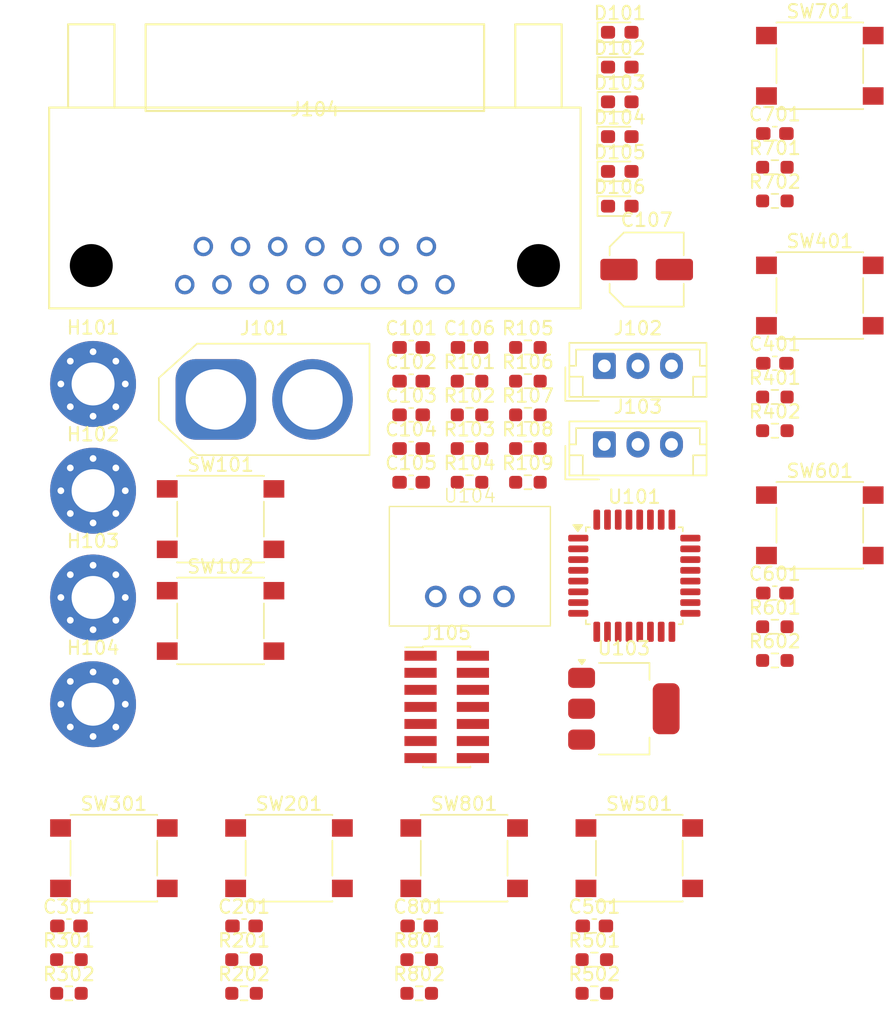
<source format=kicad_pcb>
(kicad_pcb (version 20240108) (generator "pcbnew") (generator_version "8.0")
  (layers (0 "F.Cu" signal) (31 "B.Cu" signal) (34 "B.Paste" user) (35 "F.Paste" user) (36 "B.SilkS" user "B.Silkscreen") (37 "F.SilkS" user "F.Silkscreen") (38 "B.Mask" user) (39 "F.Mask" user) (44 "Edge.Cuts" user))
  (net 0 "")
  (net 1 "+3.3V")
  (net 2 "GND")
  (net 3 "NRST")
  (net 4 "+5V")
  (net 5 "BTN_1")
  (net 6 "BTN_2")
  (net 7 "BTN_3")
  (net 8 "BTN_4")
  (net 9 "BTN_5")
  (net 10 "BTN_6")
  (net 11 "BTN_7")
  (net 12 "Net-(D101-A)")
  (net 13 "Net-(D102-A)")
  (net 14 "Net-(D103-A)")
  (net 15 "Net-(D104-A)")
  (net 16 "Net-(D105-A)")
  (net 17 "Net-(D106-A)")
  (net 18 "Net-(J101-Pin_2)")
  (net 19 "+12V")
  (net 20 "UART_HD_XL430")
  (net 21 "PWM_TIM2_CH2")
  (net 22 "I2C_SCL")
  (net 23 "PWM_TIM1_CH2")
  (net 24 "PWM_TIM2_CH1")
  (net 25 "PWM_TIM1_CH4")
  (net 26 "PWM_TIM1_CH1")
  (net 27 "I2C_SDA")
  (net 28 "PWM_TIM1_CH3")
  (net 30 "UART_DEBUG_RX")
  (net 31 "SWDIO")
  (net 33 "UART_DEBUG_TX")
  (net 35 "SWCLK")
  (net 38 "LED1")
  (net 39 "LED2")
  (net 40 "LED3")
  (net 41 "Net-(U101-PH3)")
  (net 42 "Net-(SW201-A)")
  (net 43 "Net-(SW301-A)")
  (net 44 "Net-(SW401-A)")
  (net 45 "Net-(SW501-A)")
  (net 46 "Net-(SW601-A)")
  (net 47 "Net-(SW701-A)")
  (net 48 "Net-(SW801-A)")
  (footprint "Resistor_SMD:R_0603_1608Metric_Pad0.98x0.95mm_HandSolder" (layer "F.Cu") (at 114.075 124.815)
    (property "Reference" "R202" (at 0 -1.43 0) (layer "F.SilkS"))
    (property "Value" "10k")
    (pad "1" smd roundrect (at -0.9125 0) (size 0.975 0.95) (layers "F.Cu" "F.Paste" "F.Mask") (net 1 "+3.3V"))
    (pad "2" smd roundrect (at 0.9125 0) (size 0.975 0.95) (layers "F.Cu" "F.Paste" "F.Mask") (net 42 "Net-(SW201-A)"))
  )
  (footprint "Button_Switch_SMD:SW_Push_1P1T_NO_6x6mm_H9.5mm" (layer "F.Cu") (at 156.975 89.96)
    (property "Reference" "SW601" (at 0 -4.05 0) (layer "F.SilkS"))
    (property "Value" "SW_SPST")
    (pad "1" smd rect (at -3.975 -2.25) (size 1.55 1.3) (layers "F.Cu" "F.Paste" "F.Mask") (net 46 "Net-(SW601-A)"))
    (pad "1" smd rect (at 3.975 -2.25) (size 1.55 1.3) (layers "F.Cu" "F.Paste" "F.Mask") (net 46 "Net-(SW601-A)"))
    (pad "2" smd rect (at -3.975 2.25) (size 1.55 1.3) (layers "F.Cu" "F.Paste" "F.Mask") (net 2 "GND"))
    (pad "2" smd rect (at 3.975 2.25) (size 1.55 1.3) (layers "F.Cu" "F.Paste" "F.Mask") (net 2 "GND"))
  )
  (footprint "Button_Switch_SMD:SW_Push_1P1T_NO_6x6mm_H9.5mm" (layer "F.Cu") (at 156.975 72.85)
    (property "Reference" "SW401" (at 0 -4.05 0) (layer "F.SilkS"))
    (property "Value" "SW_SPST")
    (pad "1" smd rect (at -3.975 -2.25) (size 1.55 1.3) (layers "F.Cu" "F.Paste" "F.Mask") (net 44 "Net-(SW401-A)"))
    (pad "1" smd rect (at 3.975 -2.25) (size 1.55 1.3) (layers "F.Cu" "F.Paste" "F.Mask") (net 44 "Net-(SW401-A)"))
    (pad "2" smd rect (at -3.975 2.25) (size 1.55 1.3) (layers "F.Cu" "F.Paste" "F.Mask") (net 2 "GND"))
    (pad "2" smd rect (at 3.975 2.25) (size 1.55 1.3) (layers "F.Cu" "F.Paste" "F.Mask") (net 2 "GND"))
  )
  (footprint "Resistor_SMD:R_0603_1608Metric_Pad0.98x0.95mm_HandSolder" (layer "F.Cu") (at 153.625 100.025)
    (property "Reference" "R602" (at 0 -1.43 0) (layer "F.SilkS"))
    (property "Value" "10k")
    (pad "1" smd roundrect (at -0.9125 0) (size 0.975 0.95) (layers "F.Cu" "F.Paste" "F.Mask") (net 1 "+3.3V"))
    (pad "2" smd roundrect (at 0.9125 0) (size 0.975 0.95) (layers "F.Cu" "F.Paste" "F.Mask") (net 46 "Net-(SW601-A)"))
  )
  (footprint "Button_Switch_SMD:SW_Push_1P1T_NO_6x6mm_H9.5mm" (layer "F.Cu") (at 112.325 97.08)
    (property "Reference" "SW102" (at 0 -4.05 0) (layer "F.SilkS"))
    (property "Value" "SW_SPST")
    (pad "1" smd rect (at -3.975 -2.25) (size 1.55 1.3) (layers "F.Cu" "F.Paste" "F.Mask") (net 3 "NRST"))
    (pad "1" smd rect (at 3.975 -2.25) (size 1.55 1.3) (layers "F.Cu" "F.Paste" "F.Mask") (net 3 "NRST"))
    (pad "2" smd rect (at -3.975 2.25) (size 1.55 1.3) (layers "F.Cu" "F.Paste" "F.Mask") (net 2 "GND"))
    (pad "2" smd rect (at 3.975 2.25) (size 1.55 1.3) (layers "F.Cu" "F.Paste" "F.Mask") (net 2 "GND"))
  )
  (footprint "Package_TO_SOT_SMD:SOT-223-3_TabPin2" (layer "F.Cu") (at 142.375 103.62)
    (property "Reference" "U103" (at 0 -4.5 0) (layer "F.SilkS"))
    (property "Value" "AZ1117-3.3")
    (pad "1" smd roundrect (at -3.15 -2.3) (size 2 1.5) (layers "F.Cu" "F.Paste" "F.Mask") (net 2 "GND"))
    (pad "2" smd roundrect (at -3.15 0) (size 2 1.5) (layers "F.Cu" "F.Paste" "F.Mask") (net 1 "+3.3V"))
    (pad "2" smd roundrect (at 3.15 0) (size 2 3.8) (layers "F.Cu" "F.Paste" "F.Mask") (net 1 "+3.3V"))
    (pad "3" smd roundrect (at -3.15 2.3) (size 2 1.5) (layers "F.Cu" "F.Paste" "F.Mask") (net 4 "+5V"))
  )
  (footprint "Capacitor_SMD:C_0603_1608Metric_Pad1.08x0.95mm_HandSolder" (layer "F.Cu") (at 126.525 76.715)
    (property "Reference" "C101" (at 0 -1.43 0) (layer "F.SilkS"))
    (property "Value" "4u7")
    (pad "1" smd roundrect (at -0.8625 0) (size 1.075 0.95) (layers "F.Cu" "F.Paste" "F.Mask") (net 1 "+3.3V"))
    (pad "2" smd roundrect (at 0.8625 0) (size 1.075 0.95) (layers "F.Cu" "F.Paste" "F.Mask") (net 2 "GND"))
  )
  (footprint "Resistor_SMD:R_0603_1608Metric_Pad0.98x0.95mm_HandSolder" (layer "F.Cu") (at 135.225 86.755)
    (property "Reference" "R109" (at 0 -1.43 0) (layer "F.SilkS"))
    (property "Value" "820")
    (pad "1" smd roundrect (at -0.9125 0) (size 0.975 0.95) (layers "F.Cu" "F.Paste" "F.Mask") (net 1 "+3.3V"))
    (pad "2" smd roundrect (at 0.9125 0) (size 0.975 0.95) (layers "F.Cu" "F.Paste" "F.Mask") (net 17 "Net-(D106-A)"))
  )
  (footprint "Resistor_SMD:R_0603_1608Metric_Pad0.98x0.95mm_HandSolder" (layer "F.Cu") (at 130.875 84.245)
    (property "Reference" "R103" (at 0 -1.43 0) (layer "F.SilkS"))
    (property "Value" "82")
    (pad "1" smd roundrect (at -0.9125 0) (size 0.975 0.95) (layers "F.Cu" "F.Paste" "F.Mask") (net 38 "LED1"))
    (pad "2" smd roundrect (at 0.9125 0) (size 0.975 0.95) (layers "F.Cu" "F.Paste" "F.Mask") (net 12 "Net-(D101-A)"))
  )
  (footprint "Capacitor_SMD:C_0603_1608Metric_Pad1.08x0.95mm_HandSolder" (layer "F.Cu") (at 126.525 81.735)
    (property "Reference" "C103" (at 0 -1.43 0) (layer "F.SilkS"))
    (property "Value" "100n")
    (pad "1" smd roundrect (at -0.8625 0) (size 1.075 0.95) (layers "F.Cu" "F.Paste" "F.Mask") (net 1 "+3.3V"))
    (pad "2" smd roundrect (at 0.8625 0) (size 1.075 0.95) (layers "F.Cu" "F.Paste" "F.Mask") (net 2 "GND"))
  )
  (footprint "LED_SMD:LED_0603_1608Metric_Pad1.05x0.95mm_HandSolder" (layer "F.Cu") (at 142.07 55.835)
    (property "Reference" "D102" (at 0 -1.43 0) (layer "F.SilkS"))
    (property "Value" "BLUE_LED")
    (pad "1" smd roundrect (at -0.875 0) (size 1.05 0.95) (layers "F.Cu" "F.Paste" "F.Mask") (net 2 "GND"))
    (pad "2" smd roundrect (at 0.875 0) (size 1.05 0.95) (layers "F.Cu" "F.Paste" "F.Mask") (net 13 "Net-(D102-A)"))
  )
  (footprint "Capacitor_SMD:C_0603_1608Metric_Pad1.08x0.95mm_HandSolder" (layer "F.Cu") (at 114.075 119.795)
    (property "Reference" "C201" (at 0 -1.43 0) (layer "F.SilkS"))
    (property "Value" "10n")
    (pad "1" smd roundrect (at -0.8625 0) (size 1.075 0.95) (layers "F.Cu" "F.Paste" "F.Mask") (net 5 "BTN_1"))
    (pad "2" smd roundrect (at 0.8625 0) (size 1.075 0.95) (layers "F.Cu" "F.Paste" "F.Mask") (net 2 "GND"))
  )
  (footprint "Connector_PinHeader_1.27mm:PinHeader_2x07_P1.27mm_Vertical_SMD" (layer "F.Cu") (at 129.175 103.485)
    (property "Reference" "J105" (at 0 -5.505 0) (layer "F.SilkS"))
    (property "Value" "Conn_ST_STDC14")
    (pad "1" smd rect (at -1.95 -3.81) (size 2.4 0.74) (layers "F.Cu" "F.Paste" "F.Mask"))
    (pad "2" smd rect (at 1.95 -3.81) (size 2.4 0.74) (layers "F.Cu" "F.Paste" "F.Mask"))
    (pad "3" smd rect (at -1.95 -2.54) (size 2.4 0.74) (layers "F.Cu" "F.Paste" "F.Mask") (net 1 "+3.3V"))
    (pad "4" smd rect (at 1.95 -2.54) (size 2.4 0.74) (layers "F.Cu" "F.Paste" "F.Mask") (net 31 "SWDIO"))
    (pad "5" smd rect (at -1.95 -1.27) (size 2.4 0.74) (layers "F.Cu" "F.Paste" "F.Mask") (net 2 "GND"))
    (pad "6" smd rect (at 1.95 -1.27) (size 2.4 0.74) (layers "F.Cu" "F.Paste" "F.Mask") (net 35 "SWCLK"))
    (pad "7" smd rect (at -1.95 0) (size 2.4 0.74) (layers "F.Cu" "F.Paste" "F.Mask") (net 2 "GND"))
    (pad "8" smd rect (at 1.95 0) (size 2.4 0.74) (layers "F.Cu" "F.Paste" "F.Mask"))
    (pad "9" smd rect (at -1.95 1.27) (size 2.4 0.74) (layers "F.Cu" "F.Paste" "F.Mask"))
    (pad "10" smd rect (at 1.95 1.27) (size 2.4 0.74) (layers "F.Cu" "F.Paste" "F.Mask"))
    (pad "11" smd rect (at -1.95 2.54) (size 2.4 0.74) (layers "F.Cu" "F.Paste" "F.Mask") (net 2 "GND"))
    (pad "12" smd rect (at 1.95 2.54) (size 2.4 0.74) (layers "F.Cu" "F.Paste" "F.Mask") (net 3 "NRST"))
    (pad "13" smd rect (at -1.95 3.81) (size 2.4 0.74) (layers "F.Cu" "F.Paste" "F.Mask") (net 30 "UART_DEBUG_RX"))
    (pad "14" smd rect (at 1.95 3.81) (size 2.4 0.74) (layers "F.Cu" "F.Paste" "F.Mask") (net 33 "UART_DEBUG_TX"))
  )
  (footprint "Capacitor_SMD:C_0603_1608Metric_Pad1.08x0.95mm_HandSolder" (layer "F.Cu") (at 126.525 84.245)
    (property "Reference" "C104" (at 0 -1.43 0) (layer "F.SilkS"))
    (property "Value" "100n")
    (pad "1" smd roundrect (at -0.8625 0) (size 1.075 0.95) (layers "F.Cu" "F.Paste" "F.Mask") (net 1 "+3.3V"))
    (pad "2" smd roundrect (at 0.8625 0) (size 1.075 0.95) (layers "F.Cu" "F.Paste" "F.Mask") (net 2 "GND"))
  )
  (footprint "Capacitor_SMD:C_Elec_5x5.4" (layer "F.Cu") (at 144.075 70.915)
    (property "Reference" "C107" (at 0 -3.7 0) (layer "F.SilkS"))
    (property "Value" "22u")
    (pad "1" smd roundrect (at -2.0625 0) (size 2.775 1.6) (layers "F.Cu" "F.Paste" "F.Mask") (roundrect_rratio 0.15625) (net 1 "+3.3V"))
    (pad "2" smd roundrect (at 2.0625 0) (size 2.775 1.6) (layers "F.Cu" "F.Paste" "F.Mask") (roundrect_rratio 0.15625) (net 2 "GND"))
  )
  (footprint "Button_Switch_SMD:SW_Push_1P1T_NO_6x6mm_H9.5mm" (layer "F.Cu") (at 156.975 55.74)
    (property "Reference" "SW701" (at 0 -4.05 0) (layer "F.SilkS"))
    (property "Value" "SW_SPST")
    (pad "1" smd rect (at -3.975 -2.25) (size 1.55 1.3) (layers "F.Cu" "F.Paste" "F.Mask") (net 47 "Net-(SW701-A)"))
    (pad "1" smd rect (at 3.975 -2.25) (size 1.55 1.3) (layers "F.Cu" "F.Paste" "F.Mask") (net 47 "Net-(SW701-A)"))
    (pad "2" smd rect (at -3.975 2.25) (size 1.55 1.3) (layers "F.Cu" "F.Paste" "F.Mask") (net 2 "GND"))
    (pad "2" smd rect (at 3.975 2.25) (size 1.55 1.3) (layers "F.Cu" "F.Paste" "F.Mask") (net 2 "GND"))
  )
  (footprint "MountingHole:MountingHole_3.2mm_M3_Pad_Via" (layer "F.Cu") (at 102.825 87.385)
    (property "Reference" "H102" (at 0 -4.2 0) (layer "F.SilkS"))
    (property "Value" "MountingHole_Pad")
    (pad "1" thru_hole circle (at -2.4 0) (size 0.8 0.8) (drill 0.5) (layers "*.Cu" "*.Mask") (net 2 "GND"))
    (pad "1" thru_hole circle (at -1.697056 -1.697056) (size 0.8 0.8) (drill 0.5) (layers "*.Cu" "*.Mask") (net 2 "GND"))
    (pad "1" thru_hole circle (at -1.697056 1.697056) (size 0.8 0.8) (drill 0.5) (layers "*.Cu" "*.Mask") (net 2 "GND"))
    (pad "1" thru_hole circle (at 0 -2.4) (size 0.8 0.8) (drill 0.5) (layers "*.Cu" "*.Mask") (net 2 "GND"))
    (pad "1" thru_hole circle (at 0 0) (size 6.4 6.4) (drill 3.2) (layers "*.Cu" "*.Mask") (net 2 "GND"))
    (pad "1" thru_hole circle (at 0 2.4) (size 0.8 0.8) (drill 0.5) (layers "*.Cu" "*.Mask") (net 2 "GND"))
    (pad "1" thru_hole circle (at 1.697056 -1.697056) (size 0.8 0.8) (drill 0.5) (layers "*.Cu" "*.Mask") (net 2 "GND"))
    (pad "1" thru_hole circle (at 1.697056 1.697056) (size 0.8 0.8) (drill 0.5) (layers "*.Cu" "*.Mask") (net 2 "GND"))
    (pad "1" thru_hole circle (at 2.4 0) (size 0.8 0.8) (drill 0.5) (layers "*.Cu" "*.Mask") (net 2 "GND"))
  )
  (footprint "Capacitor_SMD:C_0603_1608Metric_Pad1.08x0.95mm_HandSolder" (layer "F.Cu") (at 130.875 76.715)
    (property "Reference" "C106" (at 0 -1.43 0) (layer "F.SilkS"))
    (property "Value" "10u")
    (pad "1" smd roundrect (at -0.8625 0) (size 1.075 0.95) (layers "F.Cu" "F.Paste" "F.Mask") (net 4 "+5V"))
    (pad "2" smd roundrect (at 0.8625 0) (size 1.075 0.95) (layers "F.Cu" "F.Paste" "F.Mask") (net 2 "GND"))
  )
  (footprint "LED_SMD:LED_0603_1608Metric_Pad1.05x0.95mm_HandSolder" (layer "F.Cu") (at 142.07 63.605)
    (property "Reference" "D105" (at 0 -1.43 0) (layer "F.SilkS"))
    (property "Value" "RED_LED")
    (pad "1" smd roundrect (at -0.875 0) (size 1.05 0.95) (layers "F.Cu" "F.Paste" "F.Mask") (net 2 "GND"))
    (pad "2" smd roundrect (at 0.875 0) (size 1.05 0.95) (layers "F.Cu" "F.Paste" "F.Mask") (net 16 "Net-(D105-A)"))
  )
  (footprint "Capacitor_SMD:C_0603_1608Metric_Pad1.08x0.95mm_HandSolder" (layer "F.Cu") (at 153.625 77.895)
    (property "Reference" "C401" (at 0 -1.43 0) (layer "F.SilkS"))
    (property "Value" "10n")
    (pad "1" smd roundrect (at -0.8625 0) (size 1.075 0.95) (layers "F.Cu" "F.Paste" "F.Mask") (net 7 "BTN_3"))
    (pad "2" smd roundrect (at 0.8625 0) (size 1.075 0.95) (layers "F.Cu" "F.Paste" "F.Mask") (net 2 "GND"))
  )
  (footprint "MountingHole:MountingHole_3.2mm_M3_Pad_Via" (layer "F.Cu") (at 102.825 95.335)
    (property "Reference" "H103" (at 0 -4.2 0) (layer "F.SilkS"))
    (property "Value" "MountingHole_Pad")
    (pad "1" thru_hole circle (at -2.4 0) (size 0.8 0.8) (drill 0.5) (layers "*.Cu" "*.Mask") (net 2 "GND"))
    (pad "1" thru_hole circle (at -1.697056 -1.697056) (size 0.8 0.8) (drill 0.5) (layers "*.Cu" "*.Mask") (net 2 "GND"))
    (pad "1" thru_hole circle (at -1.697056 1.697056) (size 0.8 0.8) (drill 0.5) (layers "*.Cu" "*.Mask") (net 2 "GND"))
    (pad "1" thru_hole circle (at 0 -2.4) (size 0.8 0.8) (drill 0.5) (layers "*.Cu" "*.Mask") (net 2 "GND"))
    (pad "1" thru_hole circle (at 0 0) (size 6.4 6.4) (drill 3.2) (layers "*.Cu" "*.Mask") (net 2 "GND"))
    (pad "1" thru_hole circle (at 0 2.4) (size 0.8 0.8) (drill 0.5) (layers "*.Cu" "*.Mask") (net 2 "GND"))
    (pad "1" thru_hole circle (at 1.697056 -1.697056) (size 0.8 0.8) (drill 0.5) (layers "*.Cu" "*.Mask") (net 2 "GND"))
    (pad "1" thru_hole circle (at 1.697056 1.697056) (size 0.8 0.8) (drill 0.5) (layers "*.Cu" "*.Mask") (net 2 "GND"))
    (pad "1" thru_hole circle (at 2.4 0) (size 0.8 0.8) (drill 0.5) (layers "*.Cu" "*.Mask") (net 2 "GND"))
  )
  (footprint "Resistor_SMD:R_0603_1608Metric_Pad0.98x0.95mm_HandSolder" (layer "F.Cu") (at 135.225 79.225)
    (property "Reference" "R106" (at 0 -1.43 0) (layer "F.SilkS"))
    (property "Value" "100k")
    (pad "1" smd roundrect (at -0.9125 0) (size 0.975 0.95) (layers "F.Cu" "F.Paste" "F.Mask") (net 41 "Net-(U101-PH3)"))
    (pad "2" smd roundrect (at 0.9125 0) (size 0.975 0.95) (layers "F.Cu" "F.Paste" "F.Mask") (net 2 "GND"))
  )
  (footprint "LED_SMD:LED_0603_1608Metric_Pad1.05x0.95mm_HandSolder" (layer "F.Cu") (at 142.07 53.245)
    (property "Reference" "D101" (at 0 -1.43 0) (layer "F.SilkS"))
    (property "Value" "BLUE_LED")
    (pad "1" smd roundrect (at -0.875 0) (size 1.05 0.95) (layers "F.Cu" "F.Paste" "F.Mask") (net 2 "GND"))
    (pad "2" smd roundrect (at 0.875 0) (size 1.05 0.95) (layers "F.Cu" "F.Paste" "F.Mask") (net 12 "Net-(D101-A)"))
  )
  (footprint "Resistor_SMD:R_0603_1608Metric_Pad0.98x0.95mm_HandSolder" (layer "F.Cu") (at 153.625 65.805)
    (property "Reference" "R702" (at 0 -1.43 0) (layer "F.SilkS"))
    (property "Value" "10k")
    (pad "1" smd roundrect (at -0.9125 0) (size 0.975 0.95) (layers "F.Cu" "F.Paste" "F.Mask") (net 1 "+3.3V"))
    (pad "2" smd roundrect (at 0.9125 0) (size 0.975 0.95) (layers "F.Cu" "F.Paste" "F.Mask") (net 47 "Net-(SW701-A)"))
  )
  (footprint "Resistor_SMD:R_0603_1608Metric_Pad0.98x0.95mm_HandSolder" (layer "F.Cu") (at 135.225 76.715)
    (property "Reference" "R105" (at 0 -1.43 0) (layer "F.SilkS"))
    (property "Value" "82")
    (pad "1" smd roundrect (at -0.9125 0) (size 0.975 0.95) (layers "F.Cu" "F.Paste" "F.Mask") (net 40 "LED3"))
    (pad "2" smd roundrect (at 0.9125 0) (size 0.975 0.95) (layers "F.Cu" "F.Paste" "F.Mask") (net 14 "Net-(D103-A)"))
  )
  (footprint "Resistor_SMD:R_0603_1608Metric_Pad0.98x0.95mm_HandSolder" (layer "F.Cu") (at 153.625 63.295)
    (property "Reference" "R701" (at 0 -1.43 0) (layer "F.SilkS"))
    (property "Value" "10k")
    (pad "1" smd roundrect (at -0.9125 0) (size 0.975 0.95) (layers "F.Cu" "F.Paste" "F.Mask") (net 47 "Net-(SW701-A)"))
    (pad "2" smd roundrect (at 0.9125 0) (size 0.975 0.95) (layers "F.Cu" "F.Paste" "F.Mask") (net 10 "BTN_6"))
  )
  (footprint "Connector_JST:JST_EH_B3B-EH-A_1x03_P2.50mm_Vertical" (layer "F.Cu") (at 140.925 83.935)
    (property "Reference" "J103" (at 2.5 -2.8 0) (layer "F.SilkS"))
    (property "Value" "Conn_01x03")
    (pad "1" thru_hole roundrect (at 0 0) (size 1.7 1.95) (drill 0.95) (layers "*.Cu" "*.Mask") (roundrect_rratio 0.147059) (net 2 "GND"))
    (pad "2" thru_hole oval (at 2.5 0) (size 1.7 1.95) (drill 0.95) (layers "*.Cu" "*.Mask") (net 19 "+12V"))
    (pad "3" thru_hole oval (at 5 0) (size 1.7 1.95) (drill 0.95) (layers "*.Cu" "*.Mask") (net 20 "UART_HD_XL430"))
  )
  (footprint "Resistor_SMD:R_0603_1608Metric_Pad0.98x0.95mm_HandSolder" (layer "F.Cu") (at 114.075 122.305)
    (property "Reference" "R201" (at 0 -1.43 0) (layer "F.SilkS"))
    (property "Value" "10k")
    (pad "1" smd roundrect (at -0.9125 0) (size 0.975 0.95) (layers "F.Cu" "F.Paste" "F.Mask") (net 42 "Net-(SW201-A)"))
    (pad "2" smd roundrect (at 0.9125 0) (size 0.975 0.95) (layers "F.Cu" "F.Paste" "F.Mask") (net 5 "BTN_1"))
  )
  (footprint "MountingHole:MountingHole_3.2mm_M3_Pad_Via" (layer "F.Cu") (at 102.825 79.435)
    (property "Reference" "H101" (at 0 -4.2 0) (layer "F.SilkS"))
    (property "Value" "MountingHole_Pad")
    (pad "1" thru_hole circle (at -2.4 0) (size 0.8 0.8) (drill 0.5) (layers "*.Cu" "*.Mask") (net 2 "GND"))
    (pad "1" thru_hole circle (at -1.697056 -1.697056) (size 0.8 0.8) (drill 0.5) (layers "*.Cu" "*.Mask") (net 2 "GND"))
    (pad "1" thru_hole circle (at -1.697056 1.697056) (size 0.8 0.8) (drill 0.5) (layers "*.Cu" "*.Mask") (net 2 "GND"))
    (pad "1" thru_hole circle (at 0 -2.4) (size 0.8 0.8) (drill 0.5) (layers "*.Cu" "*.Mask") (net 2 "GND"))
    (pad "1" thru_hole circle (at 0 0) (size 6.4 6.4) (drill 3.2) (layers "*.Cu" "*.Mask") (net 2 "GND"))
    (pad "1" thru_hole circle (at 0 2.4) (size 0.8 0.8) (drill 0.5) (layers "*.Cu" "*.Mask") (net 2 "GND"))
    (pad "1" thru_hole circle (at 1.697056 -1.697056) (size 0.8 0.8) (drill 0.5) (layers "*.Cu" "*.Mask") (net 2 "GND"))
    (pad "1" thru_hole circle (at 1.697056 1.697056) (size 0.8 0.8) (drill 0.5) (layers "*.Cu" "*.Mask") (net 2 "GND"))
    (pad "1" thru_hole circle (at 2.4 0) (size 0.8 0.8) (drill 0.5) (layers "*.Cu" "*.Mask") (net 2 "GND"))
  )
  (footprint "Button_Switch_SMD:SW_Push_1P1T_NO_6x6mm_H9.5mm" (layer "F.Cu") (at 112.325 89.5)
    (property "Reference" "SW101" (at 0 -4.05 0) (layer "F.SilkS"))
    (property "Value" "SW_SPDT")
    (pad "1" smd rect (at -3.975 -2.25) (size 1.55 1.3) (layers "F.Cu" "F.Paste" "F.Mask") (net 19 "+12V"))
    (pad "1" smd rect (at 3.975 -2.25) (size 1.55 1.3) (layers "F.Cu" "F.Paste" "F.Mask") (net 19 "+12V"))
    (pad "2" smd rect (at -3.975 2.25) (size 1.55 1.3) (layers "F.Cu" "F.Paste" "F.Mask") (net 18 "Net-(J101-Pin_2)"))
    (pad "2" smd rect (at 3.975 2.25) (size 1.55 1.3) (layers "F.Cu" "F.Paste" "F.Mask") (net 18 "Net-(J101-Pin_2)"))
  )
  (footprint "LED_SMD:LED_0603_1608Metric_Pad1.05x0.95mm_HandSolder" (layer "F.Cu") (at 142.07 61.015)
    (property "Reference" "D104" (at 0 -1.43 0) (layer "F.SilkS"))
    (property "Value" "RED_LED")
    (pad "1" smd roundrect (at -0.875 0) (size 1.05 0.95) (layers "F.Cu" "F.Paste" "F.Mask") (net 2 "GND"))
    (pad "2" smd roundrect (at 0.875 0) (size 1.05 0.95) (layers "F.Cu" "F.Paste" "F.Mask") (net 15 "Net-(D104-A)"))
  )
  (footprint "Resistor_SMD:R_0603_1608Metric_Pad0.98x0.95mm_HandSolder" (layer "F.Cu") (at 101.025 124.815)
    (property "Reference" "R302" (at 0 -1.43 0) (layer "F.SilkS"))
    (property "Value" "10k")
    (pad "1" smd roundrect (at -0.9125 0) (size 0.975 0.95) (layers "F.Cu" "F.Paste" "F.Mask") (net 1 "+3.3V"))
    (pad "2" smd roundrect (at 0.9125 0) (size 0.975 0.95) (layers "F.Cu" "F.Paste" "F.Mask") (net 43 "Net-(SW301-A)"))
  )
  (footprint "Resistor_SMD:R_0603_1608Metric_Pad0.98x0.95mm_HandSolder" (layer "F.Cu") (at 127.125 122.305)
    (property "Reference" "R801" (at 0 -1.43 0) (layer "F.SilkS"))
    (property "Value" "10k")
    (pad "1" smd roundrect (at -0.9125 0) (size 0.975 0.95) (layers "F.Cu" "F.Paste" "F.Mask") (net 48 "Net-(SW801-A)"))
    (pad "2" smd roundrect (at 0.9125 0) (size 0.975 0.95) (layers "F.Cu" "F.Paste" "F.Mask") (net 11 "BTN_7"))
  )
  (footprint "Resistor_SMD:R_0603_1608Metric_Pad0.98x0.95mm_HandSolder" (layer "F.Cu") (at 153.625 82.915)
    (property "Reference" "R402" (at 0 -1.43 0) (layer "F.SilkS"))
    (property "Value" "10k")
    (pad "1" smd roundrect (at -0.9125 0) (size 0.975 0.95) (layers "F.Cu" "F.Paste" "F.Mask") (net 1 "+3.3V"))
    (pad "2" smd roundrect (at 0.9125 0) (size 0.975 0.95) (layers "F.Cu" "F.Paste" "F.Mask") (net 44 "Net-(SW401-A)"))
  )
  (footprint "Capacitor_SMD:C_0603_1608Metric_Pad1.08x0.95mm_HandSolder" (layer "F.Cu") (at 140.175 119.795)
    (property "Reference" "C501" (at 0 -1.43 0) (layer "F.SilkS"))
    (property "Value" "10n")
    (pad "1" smd roundrect (at -0.8625 0) (size 1.075 0.95) (layers "F.Cu" "F.Paste" "F.Mask") (net 8 "BTN_4"))
    (pad "2" smd roundrect (at 0.8625 0) (size 1.075 0.95) (layers "F.Cu" "F.Paste" "F.Mask") (net 2 "GND"))
  )
  (footprint "Capacitor_SMD:C_0603_1608Metric_Pad1.08x0.95mm_HandSolder" (layer "F.Cu") (at 127.125 119.795)
    (property "Reference" "C801" (at 0 -1.43 0) (layer "F.SilkS"))
    (property "Value" "10n")
    (pad "1" smd roundrect (at -0.8625 0) (size 1.075 0.95) (layers "F.Cu" "F.Paste" "F.Mask") (net 11 "BTN_7"))
    (pad "2" smd roundrect (at 0.8625 0) (size 1.075 0.95) (layers "F.Cu" "F.Paste" "F.Mask") (net 2 "GND"))
  )
  (footprint "Library:173010542" (layer "F.Cu") (at 130.9 95.26)
    (property "Reference" "U104" (at 0 -7.5 0) (layer "F.SilkS") (effects (font (thickness 0.1))))
    (property "Value" "173010542")
    (pad "1" thru_hole circle (at -2.54 0) (size 1.6 1.6) (drill 1) (layers "*.Cu" "*.Mask") (net 19 "+12V"))
    (pad "2" thru_hole circle (at 0 0) (size 1.6 1.6) (drill 1) (layers "*.Cu" "*.Mask") (net 2 "GND"))
    (pad "3" thru_hole circle (at 2.54 0) (size 1.6 1.6) (drill 1) (layers "*.Cu" "*.Mask") (net 4 "+5V"))
  )
  (footprint "LED_SMD:LED_0603_1608Metric_Pad1.05x0.95mm_HandSolder" (layer "F.Cu") (at 142.07 66.195)
    (property "Reference" "D106" (at 0 -1.43 0) (layer "F.SilkS"))
    (property "Value" "RED_LED")
    (pad "1" smd roundrect (at -0.875 0) (size 1.05 0.95) (layers "F.Cu" "F.Paste" "F.Mask") (net 2 "GND"))
    (pad "2" smd roundrect (at 0.875 0) (size 1.05 0.95) (layers "F.Cu" "F.Paste" "F.Mask") (net 17 "Net-(D106-A)"))
  )
  (footprint "Resistor_SMD:R_0603_1608Metric_Pad0.98x0.95mm_HandSolder" (layer "F.Cu") (at 135.225 84.245)
    (property "Reference" "R108" (at 0 -1.43 0) (layer "F.SilkS"))
    (property "Value" "1k6")
    (pad "1" smd roundrect (at -0.9125 0) (size 0.975 0.95) (layers "F.Cu" "F.Paste" "F.Mask") (net 4 "+5V"))
    (pad "2" smd roundrect (at 0.9125 0) (size 0.975 0.95) (layers "F.Cu" "F.Paste" "F.Mask") (net 16 "Net-(D105-A)"))
  )
  (footprint "Resistor_SMD:R_0603_1608Metric_Pad0.98x0.95mm_HandSolder" (layer "F.Cu") (at 140.175 124.815)
    (property "Reference" "R502" (at 0 -1.43 0) (layer "F.SilkS"))
    (property "Value" "10k")
    (pad "1" smd roundrect (at -0.9125 0) (size 0.975 0.95) (layers "F.Cu" "F.Paste" "F.Mask") (net 1 "+3.3V"))
    (pad "2" smd roundrect (at 0.9125 0) (size 0.975 0.95) (layers "F.Cu" "F.Paste" "F.Mask") (net 45 "Net-(SW501-A)"))
  )
  (footprint "Resistor_SMD:R_0603_1608Metric_Pad0.98x0.95mm_HandSolder" (layer "F.Cu") (at 127.125 124.815)
    (property "Reference" "R802" (at 0 -1.43 0) (layer "F.SilkS"))
    (property "Value" "10k")
    (pad "1" smd roundrect (at -0.9125 0) (size 0.975 0.95) (layers "F.Cu" "F.Paste" "F.Mask") (net 1 "+3.3V"))
    (pad "2" smd roundrect (at 0.9125 0) (size 0.975 0.95) (layers "F.Cu" "F.Paste" "F.Mask") (net 48 "Net-(SW801-A)"))
  )
  (footprint "Package_QFP:LQFP-32_7x7mm_P0.8mm" (layer "F.Cu") (at 143.155 93.715)
    (property "Reference" "U101" (at 0 -5.88 0) (layer "F.SilkS"))
    (property "Value" "STM32L412KBTx")
    (pad "1" smd roundrect (at -4.175 -2.8) (size 1.5 0.5) (layers "F.Cu" "F.Paste" "F.Mask") (net 1 "+3.3V"))
    (pad "2" smd roundrect (at -4.175 -2) (size 1.5 0.5) (layers "F.Cu" "F.Paste" "F.Mask"))
    (pad "3" smd roundrect (at -4.175 -1.2) (size 1.5 0.5) (layers "F.Cu" "F.Paste" "F.Mask"))
    (pad "4" smd roundrect (at -4.175 -0.4) (size 1.5 0.5) (layers "F.Cu" "F.Paste" "F.Mask") (net 3 "NRST"))
    (pad "5" smd roundrect (at -4.175 0.4) (size 1.5 0.5) (layers "F.Cu" "F.Paste" "F.Mask") (net 1 "+3.3V"))
    (pad "6" smd roundrect (at -4.175 1.2) (size 1.5 0.5) (layers "F.Cu" "F.Paste" "F.Mask") (net 24 "PWM_TIM2_CH1"))
    (pad "7" smd roundrect (at -4.175 2) (size 1.5 0.5) (layers "F.Cu" "F.Paste" "F.Mask") (net 21 "PWM_TIM2_CH2"))
    (pad "8" smd roundrect (at -4.175 2.8) (size 1.5 0.5) (layers "F.Cu" "F.Paste" "F.Mask") (net 20 "UART_HD_XL430"))
    (pad "9" smd roundrect (at -2.8 4.175) (size 0.5 1.5) (layers "F.Cu" "F.Paste" "F.Mask") (net 5 "BTN_1"))
    (pad "10" smd roundrect (at -2 4.175) (size 0.5 1.5) (layers "F.Cu" "F.Paste" "F.Mask") (net 6 "BTN_2"))
    (pad "11" smd roundrect (at -1.2 4.175) (size 0.5 1.5) (layers "F.Cu" "F.Paste" "F.Mask") (net 7 "BTN_3"))
    (pad "12" smd roundrect (at -0.4 4.175) (size 0.5 1.5) (layers "F.Cu" "F.Paste" "F.Mask") (net 8 "BTN_4"))
    (pad "13" smd roundrect (at 0.4 4.175) (size 0.5 1.5) (layers "F.Cu" "F.Paste" "F.Mask") (net 22 "I2C_SCL"))
    (pad "14" smd roundrect (at 1.2 4.175) (size 0.5 1.5) (layers "F.Cu" "F.Paste" "F.Mask") (net 11 "BTN_7"))
    (pad "15" smd roundrect (at 2 4.175) (size 0.5 1.5) (layers "F.Cu" "F.Paste" "F.Mask") (net 38 "LED1"))
    (pad "16" smd roundrect (at 2.8 4.175) (size 0.5 1.5) (layers "F.Cu" "F.Paste" "F.Mask") (net 2 "GND"))
    (pad "17" smd roundrect (at 4.175 2.8) (size 1.5 0.5) (layers "F.Cu" "F.Paste" "F.Mask") (net 1 "+3.3V"))
    (pad "18" smd roundrect (at 4.175 2) (size 1.5 0.5) (layers "F.Cu" "F.Paste" "F.Mask") (net 26 "PWM_TIM1_CH1"))
    (pad "19" smd roundrect (at 4.175 1.2) (size 1.5 0.5) (layers "F.Cu" "F.Paste" "F.Mask") (net 23 "PWM_TIM1_CH2"))
    (pad "20" smd roundrect (at 4.175 0.4) (size 1.5 0.5) (layers "F.Cu" "F.Paste" "F.Mask") (net 28 "PWM_TIM1_CH3"))
    (pad "21" smd roundrect (at 4.175 -0.4) (size 1.5 0.5) (layers "F.Cu" "F.Paste" "F.Mask") (net 25 "PWM_TIM1_CH4"))
    (pad "22" smd roundrect (at 4.175 -1.2) (size 1.5 0.5) (layers "F.Cu" "F.Paste" "F.Mask") (net 9 "BTN_5"))
    (pad "23" smd roundrect (at 4.175 -2) (size 1.5 0.5) (layers "F.Cu" "F.Paste" "F.Mask") (net 31 "SWDIO"))
    (pad "24" smd roundrect (at 4.175 -2.8) (size 1.5 0.5) (layers "F.Cu" "F.Paste" "F.Mask") (net 35 "SWCLK"))
    (pad "25" smd roundrect (at 2.8 -4.175) (size 0.5 1.5) (layers "F.Cu" "F.Paste" "F.Mask") (net 10 "BTN_6"))
    (pad "26" smd roundrect (at 2 -4.175) (size 0.5 1.5) (layers "F.Cu" "F.Paste" "F.Mask") (net 39 "LED2"))
    (pad "27" smd roundrect (at 1.2 -4.175) (size 0.5 1.5) (layers "F.Cu" "F.Paste" "F.Mask") (net 27 "I2C_SDA"))
    (pad "28" smd roundrect (at 0.4 -4.175) (size 0.5 1.5) (layers "F.Cu" "F.Paste" "F.Mask") (net 40 "LED3"))
    (pad "29" smd roundrect (at -0.4 -4.175) (size 0.5 1.5) (layers "F.Cu" "F.Paste" "F.Mask") (net 33 "UART_DEBUG_TX"))
    (pad "30" smd roundrect (at -1.2 -4.175) (size 0.5 1.5) (layers "F.Cu" "F.Paste" "F.Mask") (net 30 "UART_DEBUG_RX"))
    (pad "31" smd roundrect (at -2 -4.175) (size 0.5 1.5) (layers "F.Cu" "F.Paste" "F.Mask") (net 41 "Net-(U101-PH3)"))
    (pad "32" smd roundrect (at -2.8 -4.175) (size 0.5 1.5) (layers "F.Cu" "F.Paste" "F.Mask") (net 2 "GND"))
  )
  (footprint "Resistor_SMD:R_0603_1608Metric_Pad0.98x0.95mm_HandSolder" (layer "F.Cu") (at 140.175 122.305)
    (property "Reference" "R501" (at 0 -1.43 0) (layer "F.SilkS"))
    (property "Value" "10k")
    (pad "1" smd roundrect (at -0.9125 0) (size 0.975 0.95) (layers "F.Cu" "F.Paste" "F.Mask") (net 45 "Net-(SW501-A)"))
    (pad "2" smd roundrect (at 0.9125 0) (size 0.975 0.95) (layers "F.Cu" "F.Paste" "F.Mask") (net 8 "BTN_4"))
  )
  (footprint "LED_SMD:LED_0603_1608Metric_Pad1.05x0.95mm_HandSolder" (layer "F.Cu") (at 142.07 58.425)
    (property "Reference" "D103" (at 0 -1.43 0) (layer "F.SilkS"))
    (property "Value" "BLUE_LED")
    (pad "1" smd roundrect (at -0.875 0) (size 1.05 0.95) (layers "F.Cu" "F.Paste" "F.Mask") (net 2 "GND"))
    (pad "2" smd roundrect (at 0.875 0) (size 1.05 0.95) (layers "F.Cu" "F.Paste" "F.Mask") (net 14 "Net-(D103-A)"))
  )
  (footprint "Resistor_SMD:R_0603_1608Metric_Pad0.98x0.95mm_HandSolder" (layer "F.Cu") (at 101.025 122.305)
    (property "Reference" "R301" (at 0 -1.43 0) (layer "F.SilkS"))
    (property "Value" "10k")
    (pad "1" smd roundrect (at -0.9125 0) (size 0.975 0.95) (layers "F.Cu" "F.Paste" "F.Mask") (net 43 "Net-(SW301-A)"))
    (pad "2" smd roundrect (at 0.9125 0) (size 0.975 0.95) (layers "F.Cu" "F.Paste" "F.Mask") (net 6 "BTN_2"))
  )
  (footprint "Resistor_SMD:R_0603_1608Metric_Pad0.98x0.95mm_HandSolder" (layer "F.Cu") (at 153.625 80.405)
    (property "Reference" "R401" (at 0 -1.43 0) (layer "F.SilkS"))
    (property "Value" "10k")
    (pad "1" smd roundrect (at -0.9125 0) (size 0.975 0.95) (layers "F.Cu" "F.Paste" "F.Mask") (net 44 "Net-(SW401-A)"))
    (pad "2" smd roundrect (at 0.9125 0) (size 0.975 0.95) (layers "F.Cu" "F.Paste" "F.Mask") (net 7 "BTN_3"))
  )
  (footprint "Resistor_SMD:R_0603_1608Metric_Pad0.98x0.95mm_HandSolder" (layer "F.Cu") (at 135.225 81.735)
    (property "Reference" "R107" (at 0 -1.43 0) (layer "F.SilkS"))
    (property "Value" "5k1")
    (pad "1" smd roundrect (at -0.9125 0) (size 0.975 0.95) (layers "F.Cu" "F.Paste" "F.Mask") (net 19 "+12V"))
    (pad "2" smd roundrect (at 0.9125 0) (size 0.975 0.95) (layers "F.Cu" "F.Paste" "F.Mask") (net 15 "Net-(D104-A)"))
  )
  (footprint "Connector_AMASS:AMASS_XT60-M_1x02_P7.20mm_Vertical" (layer "F.Cu") (at 111.975 80.585)
    (property "Reference" "J101" (at 3.6 -5.3 180) (layer "F.SilkS"))
    (property "Value" "Conn_01x02")
    (pad "1" thru_hole roundrect (at 0 0) (size 6 6) (drill 4.5) (layers "*.Cu" "*.Mask") (net 2 "GND"))
    (pad "2" thru_hole circle (at 7.2 0) (size 6 6) (drill 4.5) (layers "*.Cu" "*.Mask") (net 18 "Net-(J101-Pin_2)"))
  )
  (footprint "Button_Switch_SMD:SW_Push_1P1T_NO_6x6mm_H9.5mm" (layer "F.Cu") (at 130.475 114.75)
    (property "Reference" "SW801" (at 0 -4.05 0) (layer "F.SilkS"))
    (property "Value" "SW_SPST")
    (pad "1" smd rect (at -3.975 -2.25) (size 1.55 1.3) (layers "F.Cu" "F.Paste" "F.Mask") (net 48 "Net-(SW801-A)"))
    (pad "1" smd rect (at 3.975 -2.25) (size 1.55 1.3) (layers "F.Cu" "F.Paste" "F.Mask") (net 48 "Net-(SW801-A)"))
    (pad "2" smd rect (at -3.975 2.25) (size 1.55 1.3) (layers "F.Cu" "F.Paste" "F.Mask") (net 2 "GND"))
    (pad "2" smd rect (at 3.975 2.25) (size 1.55 1.3) (layers "F.Cu" "F.Paste" "F.Mask") (net 2 "GND"))
  )
  (footprint "Capacitor_SMD:C_0603_1608Metric_Pad1.08x0.95mm_HandSolder" (layer "F.Cu") (at 101.025 119.795)
    (property "Reference" "C301" (at 0 -1.43 0) (layer "F.SilkS"))
    (property "Value" "10n")
    (pad "1" smd roundrect (at -0.8625 0) (size 1.075 0.95) (layers "F.Cu" "F.Paste" "F.Mask") (net 6 "BTN_2"))
    (pad "2" smd roundrect (at 0.8625 0) (size 1.075 0.95) (layers "F.Cu" "F.Paste" "F.Mask") (net 2 "GND"))
  )
  (footprint "Resistor_SMD:R_0603_1608Metric_Pad0.98x0.95mm_HandSolder" (layer "F.Cu") (at 153.625 97.515)
    (property "Reference" "R601" (at 0 -1.43 0) (layer "F.SilkS"))
    (property "Value" "10k")
    (pad "1" smd roundrect (at -0.9125 0) (size 0.975 0.95) (layers "F.Cu" "F.Paste" "F.Mask") (net 46 "Net-(SW601-A)"))
    (pad "2" smd roundrect (at 0.9125 0) (size 0.975 0.95) (layers "F.Cu" "F.Paste" "F.Mask") (net 9 "BTN_5"))
  )
  (footprint "Button_Switch_SMD:SW_Push_1P1T_NO_6x6mm_H9.5mm" (layer "F.Cu") (at 143.525 114.75)
    (property "Reference" "SW501" (at 0 -4.05 0) (layer "F.SilkS"))
    (property "Value" "SW_SPST")
    (pad "1" smd rect (at -3.975 -2.25) (size 1.55 1.3) (layers "F.Cu" "F.Paste" "F.Mask") (net 45 "Net-(SW501-A)"))
    (pad "1" smd rect (at 3.975 -2.25) (size 1.55 1.3) (layers "F.Cu" "F.Paste" "F.Mask") (net 45 "Net-(SW501-A)"))
    (pad "2" smd rect (at -3.975 2.25) (size 1.55 1.3) (layers "F.Cu" "F.Paste" "F.Mask") (net 2 "GND"))
    (pad "2" smd rect (at 3.975 2.25) (size 1.55 1.3) (layers "F.Cu" "F.Paste" "F.Mask") (net 2 "GND"))
  )
  (footprint "Button_Switch_SMD:SW_Push_1P1T_NO_6x6mm_H9.5mm" (layer "F.Cu") (at 117.425 114.75)
    (property "Reference" "SW201" (at 0 -4.05 0) (layer "F.SilkS"))
    (property "Value" "SW_SPST")
    (pad "1" smd rect (at -3.975 -2.25) (size 1.55 1.3) (layers "F.Cu" "F.Paste" "F.Mask") (net 42 "Net-(SW201-A)"))
    (pad "1" smd rect (at 3.975 -2.25) (size 1.55 1.3) (layers "F.Cu" "F.Paste" "F.Mask") (net 42 "Net-(SW201-A)"))
    (pad "2" smd rect (at -3.975 2.25) (size 1.55 1.3) (layers "F.Cu" "F.Paste" "F.Mask") (net 2 "GND"))
    (pad "2" smd rect (at 3.975 2.25) (size 1.55 1.3) (layers "F.Cu" "F.Paste" "F.Mask") (net 2 "GND"))
  )
  (footprint "Capacitor_SMD:C_0603_1608Metric_Pad1.08x0.95mm_HandSolder" (layer "F.Cu") (at 126.525 79.225)
    (property "Reference" "C102" (at 0 -1.43 0) (layer "F.SilkS"))
    (property "Value" "100n")
    (pad "1" smd roundrect (at -0.8625 0) (size 1.075 0.95) (layers "F.Cu" "F.Paste" "F.Mask") (net 1 "+3.3V"))
    (pad "2" smd roundrect (at 0.8625 0) (size 1.075 0.95) (layers "F.Cu" "F.Paste" "F.Mask") (net 2 "GND"))
  )
  (footprint "Resistor_SMD:R_0603_1608Metric_Pad0.98x0.95mm_HandSolder" (layer "F.Cu") (at 130.875 86.755)
    (property "Reference" "R104" (at 0 -1.43 0) (layer "F.SilkS"))
    (property "Value" "82")
    (pad "1" smd roundrect (at -0.9125 0) (size 0.975 0.95) (layers "F.Cu" "F.Paste" "F.Mask") (net 39 "LED2"))
    (pad "2" smd roundrect (at 0.9125 0) (size 0.975 0.95) (layers "F.Cu" "F.Paste" "F.Mask") (net 13 "Net-(D102-A)"))
  )
  (footprint "Button_Switch_SMD:SW_Push_1P1T_NO_6x6mm_H9.5mm" (layer "F.Cu") (at 104.375 114.75)
    (property "Reference" "SW301" (at 0 -4.05 0) (layer "F.SilkS"))
    (property "Value" "SW_SPST")
    (pad "1" smd rect (at -3.975 -2.25) (size 1.55 1.3) (layers "F.Cu" "F.Paste" "F.Mask") (net 43 "Net-(SW301-A)"))
    (pad "1" smd rect (at 3.975 -2.25) (size 1.55 1.3) (layers "F.Cu" "F.Paste" "F.Mask") (net 43 "Net-(SW301-A)"))
    (pad "2" smd rect (at -3.975 2.25) (size 1.55 1.3) (layers "F.Cu" "F.Paste" "F.Mask") (net 2 "GND"))
    (pad "2" smd rect (at 3.975 2.25) (size 1.55 1.3) (layers "F.Cu" "F.Paste" "F.Mask") (net 2 "GND"))
  )
  (footprint "Capacitor_SMD:C_0603_1608Metric_Pad1.08x0.95mm_HandSolder" (layer "F.Cu") (at 153.625 60.785)
    (property "Reference" "C701" (at 0 -1.43 0) (layer "F.SilkS"))
    (property "Value" "10n")
    (pad "1" smd roundrect (at -0.8625 0) (size 1.075 0.95) (layers "F.Cu" "F.Paste" "F.Mask") (net 10 "BTN_6"))
    (pad "2" smd roundrect (at 0.8625 0) (size 1.075 0.95) (layers "F.Cu" "F.Paste" "F.Mask") (net 2 "GND"))
  )
  (footprint "Resistor_SMD:R_0603_1608Metric_Pad0.98x0.95mm_HandSolder" (layer "F.Cu") (at 130.875 81.735)
    (property "Reference" "R102" (at 0 -1.43 0) (layer "F.SilkS"))
    (property "Value" "1k")
    (pad "1" smd roundrect (at -0.9125 0) (size 0.975 0.95) (layers "F.Cu" "F.Paste" "F.Mask") (net 1 "+3.3V"))
    (pad "2" smd roundrect (at 0.9125 0) (size 0.975 0.95) (layers "F.Cu" "F.Paste" "F.Mask") (net 27 "I2C_SDA"))
  )
  (footprint "MountingHole:MountingHole_3.2mm_M3_Pad_Via" (layer "F.Cu") (at 102.825 103.285)
    (property "Reference" "H104" (at 0 -4.2 0) (layer "F.SilkS"))
    (property "Value" "MountingHole_Pad")
    (pad "1" thru_hole circle (at -2.4 0) (size 0.8 0.8) (drill 0.5) (layers "*.Cu" "*.Mask") (net 2 "GND"))
    (pad "1" thru_hole circle (at -1.697056 -1.697056) (size 0.8 0.8) (drill 0.5) (layers "*.Cu" "*.Mask") (net 2 "GND"))
    (pad "1" thru_hole circle (at -1.697056 1.697056) (size 0.8 0.8) (drill 0.5) (layers "*.Cu" "*.Mask") (net 2 "GND"))
    (pad "1" thru_hole circle (at 0 -2.4) (size 0.8 0.8) (drill 0.5) (layers "*.Cu" "*.Mask") (net 2 "GND"))
    (pad "1" thru_hole circle (at 0 0) (size 6.4 6.4) (drill 3.2) (layers "*.Cu" "*.Mask") (net 2 "GND"))
    (pad "1" thru_hole circle (at 0 2.4) (size 0.8 0.8) (drill 0.5) (layers "*.Cu" "*.Mask") (net 2 "GND"))
    (pad "1" thru_hole circle (at 1.697056 -1.697056) (size 0.8 0.8) (drill 0.5) (layers "*.Cu" "*.Mask") (net 2 "GND"))
    (pad "1" thru_hole circle (at 1.697056 1.697056) (size 0.8 0.8) (drill 0.5) (layers "*.Cu" "*.Mask") (net 2 "GND"))
    (pad "1" thru_hole circle (at 2.4 0) (size 0.8 0.8) (drill 0.5) (layers "*.Cu" "*.Mask") (net 2 "GND"))
  )
  (footprint "libs:CONN15_31321_WRE" (layer "F.Cu") (at 119.3525 58.9778)
    (property "Reference" "J104" (at 0 0 0) (layer "F.SilkS"))
    (property "Value" "Conn_01x15")
    (pad "" np_thru_hole circle (at -16.66 11.64) (size 3.2004 3.2004) (drill 3.2004) (layers))
    (pad "" np_thru_hole circle (at 16.66 11.64) (size 3.2004 3.2004) (drill 3.2004) (layers))
    (pad "1" thru_hole circle (at -9.694997 13.060007) (size 1.4478 1.4478) (drill 0.9398) (layers "*.Cu" "*.Mask") (net 2 "GND"))
    (pad "2" thru_hole circle (at -6.924998 13.060007) (size 1.4478 1.4478) (drill 0.9398) (layers "*.Cu" "*.Mask") (net 26 "PWM_TIM1_CH1"))
    (pad "3" thru_hole circle (at -4.154998 13.060007) (size 1.4478 1.4478) (drill 0.9398) (layers "*.Cu" "*.Mask") (net 23 "PWM_TIM1_CH2"))
    (pad "4" thru_hole circle (at -1.384998 13.060007) (size 1.4478 1.4478) (drill 0.9398) (layers "*.Cu" "*.Mask") (net 28 "PWM_TIM1_CH3"))
    (pad "5" thru_hole circle (at 1.385001 13.060007) (size 1.4478 1.4478) (drill 0.9398) (layers "*.Cu" "*.Mask") (net 25 "PWM_TIM1_CH4"))
    (pad "6" thru_hole circle (at 4.155001 13.060007) (size 1.4478 1.4478) (drill 0.9398) (layers "*.Cu" "*.Mask") (net 24 "PWM_TIM2_CH1"))
    (pad "7" thru_hole circle (at 6.925 13.060007) (size 1.4478 1.4478) (drill 0.9398) (layers "*.Cu" "*.Mask") (net 21 "PWM_TIM2_CH2"))
    (pad "8" thru_hole circle (at 9.695 13.060007) (size 1.4478 1.4478) (drill 0.9398) (layers "*.Cu" "*.Mask") (net 2 "GND"))
    (pad "9" thru_hole circle (at -8.309999 10.220008) (size 1.4478 1.4478) (drill 0.9398) (layers "*.Cu" "*.Mask") (net 19 "+12V"))
    (pad "10" thru_hole circle (at -5.539999 10.220008) (size 1.4478 1.4478) (drill 0.9398) (layers "*.Cu" "*.Mask") (net 19 "+12V"))
    (pad "11" thru_hole circle (at -2.77 10.220008) (size 1.4478 1.4478) (drill 0.9398) (layers "*.Cu" "*.Mask") (net 2 "GND"))
    (pad "12" thru_hole circle (at 0 10.220008) (size 1.4478 1.4478) (drill 0.9398) (layers "*.Cu" "*.Mask") (net 22 "I2C_SCL"))
    (pad "13" thru_hole circle (at 2.77 10.220008) (size 1.4478 1.4478) (drill 0.9398) (layers "*.Cu" "*.Mask") (net 27 "I2C_SDA"))
    (pad "14" thru_hole circle (at 5.539999 10.220008) (size 1.4478 1.4478) (drill 0.9398) (layers "*.Cu" "*.Mask") (net 19 "+12V"))
    (pad "15" thru_hole circle (at 8.309999 10.220008) (size 1.4478 1.4478) (drill 0.9398) (layers "*.Cu" "*.Mask") (net 2 "GND"))
  )
  (footprint "Capacitor_SMD:C_0603_1608Metric_Pad1.08x0.95mm_HandSolder" (layer "F.Cu") (at 126.525 86.755)
    (property "Reference" "C105" (at 0 -1.43 0) (layer "F.SilkS"))
    (property "Value" "100n")
    (pad "1" smd roundrect (at -0.8625 0) (size 1.075 0.95) (layers "F.Cu" "F.Paste" "F.Mask") (net 3 "NRST"))
    (pad "2" smd roundrect (at 0.8625 0) (size 1.075 0.95) (layers "F.Cu" "F.Paste" "F.Mask") (net 2 "GND"))
  )
  (footprint "Capacitor_SMD:C_0603_1608Metric_Pad1.08x0.95mm_HandSolder" (layer "F.Cu") (at 153.625 95.005)
    (property "Reference" "C601" (at 0 -1.43 0) (layer "F.SilkS"))
    (property "Value" "10n")
    (pad "1" smd roundrect (at -0.8625 0) (size 1.075 0.95) (layers "F.Cu" "F.Paste" "F.Mask") (net 9 "BTN_5"))
    (pad "2" smd roundrect (at 0.8625 0) (size 1.075 0.95) (layers "F.Cu" "F.Paste" "F.Mask") (net 2 "GND"))
  )
  (footprint "Resistor_SMD:R_0603_1608Metric_Pad0.98x0.95mm_HandSolder" (layer "F.Cu") (at 130.875 79.225)
    (property "Reference" "R101" (at 0 -1.43 0) (layer "F.SilkS"))
    (property "Value" "1k")
    (pad "1" smd roundrect (at -0.9125 0) (size 0.975 0.95) (layers "F.Cu" "F.Paste" "F.Mask") (net 1 "+3.3V"))
    (pad "2" smd roundrect (at 0.9125 0) (size 0.975 0.95) (layers "F.Cu" "F.Paste" "F.Mask") (net 22 "I2C_SCL"))
  )
  (footprint "Connector_JST:JST_EH_B3B-EH-A_1x03_P2.50mm_Vertical" (layer "F.Cu") (at 140.925 78.085)
    (property "Reference" "J102" (at 2.5 -2.8 0) (layer "F.SilkS"))
    (property "Value" "Conn_01x03")
    (pad "1" thru_hole roundrect (at 0 0) (size 1.7 1.95) (drill 0.95) (layers "*.Cu" "*.Mask") (roundrect_rratio 0.147059) (net 2 "GND"))
    (pad "2" thru_hole oval (at 2.5 0) (size 1.7 1.95) (drill 0.95) (layers "*.Cu" "*.Mask") (net 19 "+12V"))
    (pad "3" thru_hole oval (at 5 0) (size 1.7 1.95) (drill 0.95) (layers "*.Cu" "*.Mask") (net 20 "UART_HD_XL430"))
  )
)
</source>
